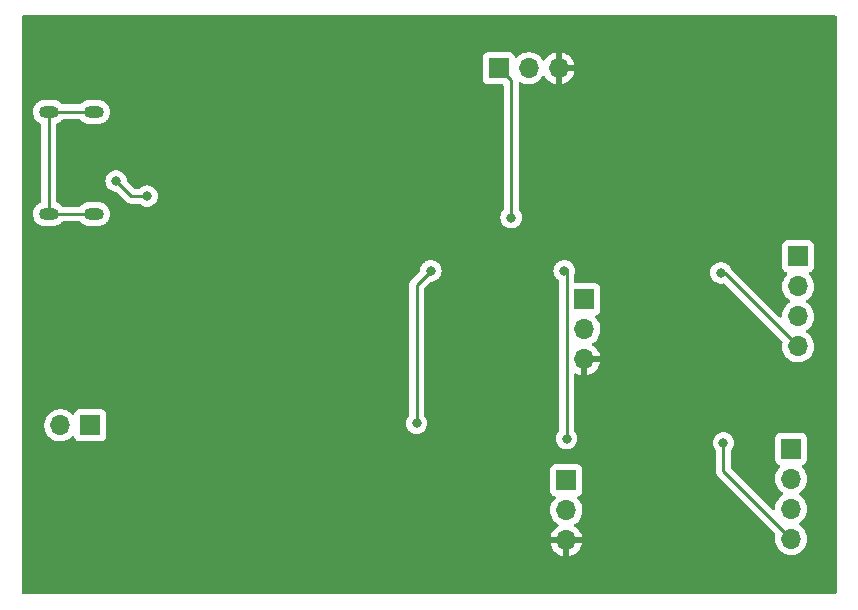
<source format=gbr>
%TF.GenerationSoftware,KiCad,Pcbnew,(6.0.4-0)*%
%TF.CreationDate,2022-10-18T14:28:54-06:00*%
%TF.ProjectId,HX711_710_711_720,48583731-315f-4373-9130-5f3731315f37,rev?*%
%TF.SameCoordinates,Original*%
%TF.FileFunction,Copper,L2,Bot*%
%TF.FilePolarity,Positive*%
%FSLAX46Y46*%
G04 Gerber Fmt 4.6, Leading zero omitted, Abs format (unit mm)*
G04 Created by KiCad (PCBNEW (6.0.4-0)) date 2022-10-18 14:28:54*
%MOMM*%
%LPD*%
G01*
G04 APERTURE LIST*
%TA.AperFunction,ComponentPad*%
%ADD10R,1.700000X1.700000*%
%TD*%
%TA.AperFunction,ComponentPad*%
%ADD11O,1.700000X1.700000*%
%TD*%
%TA.AperFunction,ComponentPad*%
%ADD12O,1.700000X1.000000*%
%TD*%
%TA.AperFunction,ViaPad*%
%ADD13C,0.800000*%
%TD*%
%TA.AperFunction,Conductor*%
%ADD14C,0.250000*%
%TD*%
G04 APERTURE END LIST*
D10*
%TO.P,J4,1,Pin_1*%
%TO.N,Net-(J4-Pad1)*%
X116300000Y-85200000D03*
D11*
%TO.P,J4,2,Pin_2*%
%TO.N,Net-(C3-Pad2)*%
X113760000Y-85200000D03*
%TD*%
D10*
%TO.P,J11,1,Pin_1*%
%TO.N,Net-(C9-Pad2)*%
X175625000Y-87200000D03*
D11*
%TO.P,J11,2,Pin_2*%
%TO.N,Net-(J11-Pad2)*%
X175625000Y-89740000D03*
%TO.P,J11,3,Pin_3*%
%TO.N,Net-(J11-Pad3)*%
X175625000Y-92280000D03*
%TO.P,J11,4,Pin_4*%
%TO.N,Net-(C9-Pad1)*%
X175625000Y-94820000D03*
%TD*%
D10*
%TO.P,J10,1,Pin_1*%
%TO.N,Net-(C8-Pad2)*%
X176225000Y-70900000D03*
D11*
%TO.P,J10,2,Pin_2*%
%TO.N,Net-(J10-Pad2)*%
X176225000Y-73440000D03*
%TO.P,J10,3,Pin_3*%
%TO.N,Net-(J10-Pad3)*%
X176225000Y-75980000D03*
%TO.P,J10,4,Pin_4*%
%TO.N,Net-(C8-Pad1)*%
X176225000Y-78520000D03*
%TD*%
D12*
%TO.P,J12,0,SHIELD*%
%TO.N,unconnected-(J12-Pad0)*%
X112790000Y-58680000D03*
X112790000Y-67320000D03*
X116590000Y-67320000D03*
X116590000Y-58680000D03*
%TD*%
D10*
%TO.P,J1,1,Pin_1*%
%TO.N,+3V3*%
X150875000Y-54975000D03*
D11*
%TO.P,J1,2,Pin_2*%
%TO.N,unconnected-(J1-Pad2)*%
X153415000Y-54975000D03*
%TO.P,J1,3,Pin_3*%
%TO.N,GND*%
X155955000Y-54975000D03*
%TD*%
D10*
%TO.P,J8,1,Pin_1*%
%TO.N,Net-(J8-Pad1)*%
X156600000Y-89860000D03*
D11*
%TO.P,J8,2,Pin_2*%
%TO.N,Net-(J8-Pad2)*%
X156600000Y-92400000D03*
%TO.P,J8,3,Pin_3*%
%TO.N,GND*%
X156600000Y-94940000D03*
%TD*%
D10*
%TO.P,J9,1,Pin_1*%
%TO.N,Net-(J9-Pad1)*%
X158124999Y-74534999D03*
D11*
%TO.P,J9,2,Pin_2*%
%TO.N,Net-(J9-Pad2)*%
X158124999Y-77074999D03*
%TO.P,J9,3,Pin_3*%
%TO.N,GND*%
X158124999Y-79614999D03*
%TD*%
D13*
%TO.N,Net-(D1-Pad2)*%
X121100000Y-65800000D03*
X118480000Y-64520000D03*
%TO.N,Net-(C8-Pad1)*%
X169700000Y-72300000D03*
%TO.N,Net-(C9-Pad1)*%
X169900000Y-86700000D03*
%TO.N,GND*%
X153824999Y-69934999D03*
%TO.N,+3V3*%
X151924999Y-67634999D03*
X156624999Y-86334999D03*
X156424999Y-72134999D03*
%TO.N,/vref*%
X143924999Y-85034999D03*
X145124999Y-72134999D03*
%TD*%
D14*
%TO.N,unconnected-(J12-Pad0)*%
X112790000Y-58680000D02*
X116590000Y-58680000D01*
X112790000Y-67320000D02*
X112790000Y-58680000D01*
X116590000Y-67320000D02*
X112790000Y-67320000D01*
%TO.N,Net-(D1-Pad2)*%
X121100000Y-65800000D02*
X119760000Y-65800000D01*
X119760000Y-65800000D02*
X118480000Y-64520000D01*
%TO.N,Net-(C8-Pad1)*%
X170005000Y-72300000D02*
X169700000Y-72300000D01*
X176225000Y-78520000D02*
X170005000Y-72300000D01*
%TO.N,Net-(C9-Pad1)*%
X169900000Y-89095000D02*
X169900000Y-86700000D01*
X175625000Y-94820000D02*
X169900000Y-89095000D01*
%TO.N,+3V3*%
X156624999Y-86334999D02*
X156624999Y-71934999D01*
X151924999Y-55934999D02*
X150824999Y-54834999D01*
X156624999Y-71934999D02*
X156424999Y-72134999D01*
X151924999Y-67634999D02*
X151924999Y-55934999D01*
%TO.N,/vref*%
X143924999Y-73334999D02*
X143924999Y-85034999D01*
X145124999Y-72134999D02*
X143924999Y-73334999D01*
%TD*%
%TA.AperFunction,Conductor*%
%TO.N,GND*%
G36*
X179433621Y-50528502D02*
G01*
X179480114Y-50582158D01*
X179491500Y-50634500D01*
X179491500Y-99365500D01*
X179471498Y-99433621D01*
X179417842Y-99480114D01*
X179365500Y-99491500D01*
X110634500Y-99491500D01*
X110566379Y-99471498D01*
X110519886Y-99417842D01*
X110508500Y-99365500D01*
X110508500Y-95207966D01*
X155268257Y-95207966D01*
X155298565Y-95342446D01*
X155301645Y-95352275D01*
X155381770Y-95549603D01*
X155386413Y-95558794D01*
X155497694Y-95740388D01*
X155503777Y-95748699D01*
X155643213Y-95909667D01*
X155650580Y-95916883D01*
X155814434Y-96052916D01*
X155822881Y-96058831D01*
X156006756Y-96166279D01*
X156016042Y-96170729D01*
X156215001Y-96246703D01*
X156224899Y-96249579D01*
X156328250Y-96270606D01*
X156342299Y-96269410D01*
X156346000Y-96259065D01*
X156346000Y-96258517D01*
X156854000Y-96258517D01*
X156858064Y-96272359D01*
X156871478Y-96274393D01*
X156878184Y-96273534D01*
X156888262Y-96271392D01*
X157092255Y-96210191D01*
X157101842Y-96206433D01*
X157293095Y-96112739D01*
X157301945Y-96107464D01*
X157475328Y-95983792D01*
X157483200Y-95977139D01*
X157634052Y-95826812D01*
X157640730Y-95818965D01*
X157765003Y-95646020D01*
X157770313Y-95637183D01*
X157864670Y-95446267D01*
X157868469Y-95436672D01*
X157930377Y-95232910D01*
X157932555Y-95222837D01*
X157933986Y-95211962D01*
X157931775Y-95197778D01*
X157918617Y-95194000D01*
X156872115Y-95194000D01*
X156856876Y-95198475D01*
X156855671Y-95199865D01*
X156854000Y-95207548D01*
X156854000Y-96258517D01*
X156346000Y-96258517D01*
X156346000Y-95212115D01*
X156341525Y-95196876D01*
X156340135Y-95195671D01*
X156332452Y-95194000D01*
X155283225Y-95194000D01*
X155269694Y-95197973D01*
X155268257Y-95207966D01*
X110508500Y-95207966D01*
X110508500Y-92366695D01*
X155237251Y-92366695D01*
X155237548Y-92371848D01*
X155237548Y-92371851D01*
X155243011Y-92466590D01*
X155250110Y-92589715D01*
X155251247Y-92594761D01*
X155251248Y-92594767D01*
X155271119Y-92682939D01*
X155299222Y-92807639D01*
X155383266Y-93014616D01*
X155385965Y-93019020D01*
X155476731Y-93167137D01*
X155499987Y-93205088D01*
X155646250Y-93373938D01*
X155818126Y-93516632D01*
X155861403Y-93541921D01*
X155891955Y-93559774D01*
X155940679Y-93611412D01*
X155953750Y-93681195D01*
X155927019Y-93746967D01*
X155886562Y-93780327D01*
X155878457Y-93784546D01*
X155869738Y-93790036D01*
X155699433Y-93917905D01*
X155691726Y-93924748D01*
X155544590Y-94078717D01*
X155538104Y-94086727D01*
X155418098Y-94262649D01*
X155413000Y-94271623D01*
X155323338Y-94464783D01*
X155319775Y-94474470D01*
X155264389Y-94674183D01*
X155265912Y-94682607D01*
X155278292Y-94686000D01*
X157918344Y-94686000D01*
X157931875Y-94682027D01*
X157933180Y-94672947D01*
X157891214Y-94505875D01*
X157887894Y-94496124D01*
X157802972Y-94300814D01*
X157798105Y-94291739D01*
X157682426Y-94112926D01*
X157676136Y-94104757D01*
X157532806Y-93947240D01*
X157525273Y-93940215D01*
X157358139Y-93808222D01*
X157349556Y-93802520D01*
X157312602Y-93782120D01*
X157262631Y-93731687D01*
X157247859Y-93662245D01*
X157272975Y-93595839D01*
X157300327Y-93569232D01*
X157338616Y-93541921D01*
X157479860Y-93441173D01*
X157638096Y-93283489D01*
X157697594Y-93200689D01*
X157765435Y-93106277D01*
X157768453Y-93102077D01*
X157827761Y-92982077D01*
X157865136Y-92906453D01*
X157865137Y-92906451D01*
X157867430Y-92901811D01*
X157932370Y-92688069D01*
X157961529Y-92466590D01*
X157963156Y-92400000D01*
X157944852Y-92177361D01*
X157890431Y-91960702D01*
X157801354Y-91755840D01*
X157761906Y-91694862D01*
X157682822Y-91572617D01*
X157682820Y-91572614D01*
X157680014Y-91568277D01*
X157676532Y-91564450D01*
X157532798Y-91406488D01*
X157501746Y-91342642D01*
X157510141Y-91272143D01*
X157555317Y-91217375D01*
X157581761Y-91203706D01*
X157688297Y-91163767D01*
X157696705Y-91160615D01*
X157813261Y-91073261D01*
X157900615Y-90956705D01*
X157951745Y-90820316D01*
X157958500Y-90758134D01*
X157958500Y-88961866D01*
X157951745Y-88899684D01*
X157900615Y-88763295D01*
X157813261Y-88646739D01*
X157696705Y-88559385D01*
X157560316Y-88508255D01*
X157498134Y-88501500D01*
X155701866Y-88501500D01*
X155639684Y-88508255D01*
X155503295Y-88559385D01*
X155386739Y-88646739D01*
X155299385Y-88763295D01*
X155248255Y-88899684D01*
X155241500Y-88961866D01*
X155241500Y-90758134D01*
X155248255Y-90820316D01*
X155299385Y-90956705D01*
X155386739Y-91073261D01*
X155503295Y-91160615D01*
X155511704Y-91163767D01*
X155511705Y-91163768D01*
X155620451Y-91204535D01*
X155677216Y-91247176D01*
X155701916Y-91313738D01*
X155686709Y-91383087D01*
X155667316Y-91409568D01*
X155540629Y-91542138D01*
X155414743Y-91726680D01*
X155320688Y-91929305D01*
X155260989Y-92144570D01*
X155237251Y-92366695D01*
X110508500Y-92366695D01*
X110508500Y-85166695D01*
X112397251Y-85166695D01*
X112397548Y-85171848D01*
X112397548Y-85171851D01*
X112409812Y-85384547D01*
X112410110Y-85389715D01*
X112411247Y-85394761D01*
X112411248Y-85394767D01*
X112435304Y-85501508D01*
X112459222Y-85607639D01*
X112502356Y-85713865D01*
X112533880Y-85791500D01*
X112543266Y-85814616D01*
X112559967Y-85841869D01*
X112653143Y-85993919D01*
X112659987Y-86005088D01*
X112806250Y-86173938D01*
X112978126Y-86316632D01*
X113171000Y-86429338D01*
X113379692Y-86509030D01*
X113384760Y-86510061D01*
X113384763Y-86510062D01*
X113488685Y-86531205D01*
X113598597Y-86553567D01*
X113603772Y-86553757D01*
X113603774Y-86553757D01*
X113816673Y-86561564D01*
X113816677Y-86561564D01*
X113821837Y-86561753D01*
X113826957Y-86561097D01*
X113826959Y-86561097D01*
X114038288Y-86534025D01*
X114038289Y-86534025D01*
X114043416Y-86533368D01*
X114099190Y-86516635D01*
X114252429Y-86470661D01*
X114252434Y-86470659D01*
X114257384Y-86469174D01*
X114457994Y-86370896D01*
X114639860Y-86241173D01*
X114748091Y-86133319D01*
X114810462Y-86099404D01*
X114881268Y-86104592D01*
X114938030Y-86147238D01*
X114955012Y-86178341D01*
X114999385Y-86296705D01*
X115086739Y-86413261D01*
X115203295Y-86500615D01*
X115339684Y-86551745D01*
X115401866Y-86558500D01*
X117198134Y-86558500D01*
X117260316Y-86551745D01*
X117396705Y-86500615D01*
X117513261Y-86413261D01*
X117600615Y-86296705D01*
X117651745Y-86160316D01*
X117658500Y-86098134D01*
X117658500Y-85034999D01*
X143011495Y-85034999D01*
X143012185Y-85041564D01*
X143025879Y-85171851D01*
X143031457Y-85224927D01*
X143090472Y-85406555D01*
X143185959Y-85571943D01*
X143190377Y-85576850D01*
X143190378Y-85576851D01*
X143309324Y-85708954D01*
X143313746Y-85713865D01*
X143412842Y-85785863D01*
X143445829Y-85809829D01*
X143468247Y-85826117D01*
X143474275Y-85828801D01*
X143474277Y-85828802D01*
X143632810Y-85899385D01*
X143642711Y-85903793D01*
X143736111Y-85923646D01*
X143823055Y-85942127D01*
X143823060Y-85942127D01*
X143829512Y-85943499D01*
X144020486Y-85943499D01*
X144026938Y-85942127D01*
X144026943Y-85942127D01*
X144113886Y-85923646D01*
X144207287Y-85903793D01*
X144217188Y-85899385D01*
X144375721Y-85828802D01*
X144375723Y-85828801D01*
X144381751Y-85826117D01*
X144404170Y-85809829D01*
X144437156Y-85785863D01*
X144536252Y-85713865D01*
X144540674Y-85708954D01*
X144659620Y-85576851D01*
X144659621Y-85576850D01*
X144664039Y-85571943D01*
X144759526Y-85406555D01*
X144818541Y-85224927D01*
X144824120Y-85171851D01*
X144837813Y-85041564D01*
X144838503Y-85034999D01*
X144818541Y-84845071D01*
X144759526Y-84663443D01*
X144664039Y-84498055D01*
X144590862Y-84416784D01*
X144560146Y-84352778D01*
X144558499Y-84332475D01*
X144558499Y-73649593D01*
X144578501Y-73581472D01*
X144595404Y-73560498D01*
X145075498Y-73080404D01*
X145137810Y-73046378D01*
X145164593Y-73043499D01*
X145220486Y-73043499D01*
X145226938Y-73042127D01*
X145226943Y-73042127D01*
X145313887Y-73023646D01*
X145407287Y-73003793D01*
X145424894Y-72995954D01*
X145575721Y-72928802D01*
X145575723Y-72928801D01*
X145581751Y-72926117D01*
X145592435Y-72918355D01*
X145688201Y-72848776D01*
X145736252Y-72813865D01*
X145782590Y-72762401D01*
X145859620Y-72676851D01*
X145859621Y-72676850D01*
X145864039Y-72671943D01*
X145959526Y-72506555D01*
X146018541Y-72324927D01*
X146026991Y-72244535D01*
X146037813Y-72141564D01*
X146038503Y-72134999D01*
X155511495Y-72134999D01*
X155512185Y-72141564D01*
X155523008Y-72244535D01*
X155531457Y-72324927D01*
X155590472Y-72506555D01*
X155685959Y-72671943D01*
X155690377Y-72676850D01*
X155690378Y-72676851D01*
X155767408Y-72762401D01*
X155813746Y-72813865D01*
X155861797Y-72848776D01*
X155939560Y-72905275D01*
X155982914Y-72961498D01*
X155991499Y-73007211D01*
X155991499Y-85632475D01*
X155971497Y-85700596D01*
X155959141Y-85716778D01*
X155885959Y-85798055D01*
X155790472Y-85963443D01*
X155731457Y-86145071D01*
X155730767Y-86151632D01*
X155730767Y-86151634D01*
X155715520Y-86296705D01*
X155711495Y-86334999D01*
X155712185Y-86341564D01*
X155729896Y-86510072D01*
X155731457Y-86524927D01*
X155790472Y-86706555D01*
X155885959Y-86871943D01*
X156013746Y-87013865D01*
X156168247Y-87126117D01*
X156174275Y-87128801D01*
X156174277Y-87128802D01*
X156336680Y-87201108D01*
X156342711Y-87203793D01*
X156436111Y-87223646D01*
X156523055Y-87242127D01*
X156523060Y-87242127D01*
X156529512Y-87243499D01*
X156720486Y-87243499D01*
X156726938Y-87242127D01*
X156726943Y-87242127D01*
X156813886Y-87223646D01*
X156907287Y-87203793D01*
X156913318Y-87201108D01*
X157075721Y-87128802D01*
X157075723Y-87128801D01*
X157081751Y-87126117D01*
X157236252Y-87013865D01*
X157364039Y-86871943D01*
X157459526Y-86706555D01*
X157461656Y-86700000D01*
X168986496Y-86700000D01*
X168987186Y-86706565D01*
X169005084Y-86876851D01*
X169006458Y-86889928D01*
X169065473Y-87071556D01*
X169160960Y-87236944D01*
X169234137Y-87318215D01*
X169264853Y-87382221D01*
X169266500Y-87402524D01*
X169266500Y-89016233D01*
X169265973Y-89027416D01*
X169264298Y-89034909D01*
X169264547Y-89042835D01*
X169264547Y-89042836D01*
X169266438Y-89102986D01*
X169266500Y-89106945D01*
X169266500Y-89134856D01*
X169266997Y-89138790D01*
X169266997Y-89138791D01*
X169267005Y-89138856D01*
X169267938Y-89150693D01*
X169269327Y-89194889D01*
X169274978Y-89214339D01*
X169278987Y-89233700D01*
X169281526Y-89253797D01*
X169284445Y-89261168D01*
X169284445Y-89261170D01*
X169297804Y-89294912D01*
X169301649Y-89306142D01*
X169313982Y-89348593D01*
X169318015Y-89355412D01*
X169318017Y-89355417D01*
X169324293Y-89366028D01*
X169332988Y-89383776D01*
X169340448Y-89402617D01*
X169345110Y-89409033D01*
X169345110Y-89409034D01*
X169366436Y-89438387D01*
X169372952Y-89448307D01*
X169395458Y-89486362D01*
X169409779Y-89500683D01*
X169422619Y-89515716D01*
X169434528Y-89532107D01*
X169440634Y-89537158D01*
X169468605Y-89560298D01*
X169477384Y-89568288D01*
X174274778Y-94365682D01*
X174308804Y-94427994D01*
X174307100Y-94488448D01*
X174285989Y-94564570D01*
X174285441Y-94569700D01*
X174285440Y-94569704D01*
X174281933Y-94602522D01*
X174262251Y-94786695D01*
X174262548Y-94791848D01*
X174262548Y-94791851D01*
X174268011Y-94886590D01*
X174275110Y-95009715D01*
X174276247Y-95014761D01*
X174276248Y-95014767D01*
X174296119Y-95102939D01*
X174324222Y-95227639D01*
X174408266Y-95434616D01*
X174524987Y-95625088D01*
X174671250Y-95793938D01*
X174843126Y-95936632D01*
X175036000Y-96049338D01*
X175040825Y-96051180D01*
X175040826Y-96051181D01*
X175113612Y-96078975D01*
X175244692Y-96129030D01*
X175249760Y-96130061D01*
X175249763Y-96130062D01*
X175357017Y-96151883D01*
X175463597Y-96173567D01*
X175468772Y-96173757D01*
X175468774Y-96173757D01*
X175681673Y-96181564D01*
X175681677Y-96181564D01*
X175686837Y-96181753D01*
X175691957Y-96181097D01*
X175691959Y-96181097D01*
X175903288Y-96154025D01*
X175903289Y-96154025D01*
X175908416Y-96153368D01*
X175913366Y-96151883D01*
X176117429Y-96090661D01*
X176117434Y-96090659D01*
X176122384Y-96089174D01*
X176322994Y-95990896D01*
X176504860Y-95861173D01*
X176663096Y-95703489D01*
X176704392Y-95646020D01*
X176790435Y-95526277D01*
X176793453Y-95522077D01*
X176830921Y-95446267D01*
X176890136Y-95326453D01*
X176890137Y-95326451D01*
X176892430Y-95321811D01*
X176957370Y-95108069D01*
X176986529Y-94886590D01*
X176988156Y-94820000D01*
X176969852Y-94597361D01*
X176915431Y-94380702D01*
X176826354Y-94175840D01*
X176705014Y-93988277D01*
X176554670Y-93823051D01*
X176550619Y-93819852D01*
X176550615Y-93819848D01*
X176383414Y-93687800D01*
X176383410Y-93687798D01*
X176379359Y-93684598D01*
X176338053Y-93661796D01*
X176288084Y-93611364D01*
X176273312Y-93541921D01*
X176298428Y-93475516D01*
X176325780Y-93448909D01*
X176369603Y-93417650D01*
X176504860Y-93321173D01*
X176663096Y-93163489D01*
X176770072Y-93014616D01*
X176790435Y-92986277D01*
X176793453Y-92982077D01*
X176830829Y-92906453D01*
X176890136Y-92786453D01*
X176890137Y-92786451D01*
X176892430Y-92781811D01*
X176924900Y-92674940D01*
X176955865Y-92573023D01*
X176955865Y-92573021D01*
X176957370Y-92568069D01*
X176986529Y-92346590D01*
X176988156Y-92280000D01*
X176969852Y-92057361D01*
X176915431Y-91840702D01*
X176826354Y-91635840D01*
X176768500Y-91546411D01*
X176707822Y-91452617D01*
X176707820Y-91452614D01*
X176705014Y-91448277D01*
X176554670Y-91283051D01*
X176550619Y-91279852D01*
X176550615Y-91279848D01*
X176383414Y-91147800D01*
X176383410Y-91147798D01*
X176379359Y-91144598D01*
X176338053Y-91121796D01*
X176288084Y-91071364D01*
X176273312Y-91001921D01*
X176298428Y-90935516D01*
X176325780Y-90908909D01*
X176369603Y-90877650D01*
X176504860Y-90781173D01*
X176663096Y-90623489D01*
X176722594Y-90540689D01*
X176790435Y-90446277D01*
X176793453Y-90442077D01*
X176892430Y-90241811D01*
X176957370Y-90028069D01*
X176986529Y-89806590D01*
X176988156Y-89740000D01*
X176969852Y-89517361D01*
X176915431Y-89300702D01*
X176826354Y-89095840D01*
X176705014Y-88908277D01*
X176697195Y-88899684D01*
X176557798Y-88746488D01*
X176526746Y-88682642D01*
X176535141Y-88612143D01*
X176580317Y-88557375D01*
X176606761Y-88543706D01*
X176713297Y-88503767D01*
X176721705Y-88500615D01*
X176838261Y-88413261D01*
X176925615Y-88296705D01*
X176976745Y-88160316D01*
X176983500Y-88098134D01*
X176983500Y-86301866D01*
X176976745Y-86239684D01*
X176925615Y-86103295D01*
X176838261Y-85986739D01*
X176721705Y-85899385D01*
X176585316Y-85848255D01*
X176523134Y-85841500D01*
X174726866Y-85841500D01*
X174664684Y-85848255D01*
X174528295Y-85899385D01*
X174411739Y-85986739D01*
X174324385Y-86103295D01*
X174273255Y-86239684D01*
X174266500Y-86301866D01*
X174266500Y-88098134D01*
X174273255Y-88160316D01*
X174324385Y-88296705D01*
X174411739Y-88413261D01*
X174528295Y-88500615D01*
X174536704Y-88503767D01*
X174536705Y-88503768D01*
X174645451Y-88544535D01*
X174702216Y-88587176D01*
X174726916Y-88653738D01*
X174711709Y-88723087D01*
X174692316Y-88749568D01*
X174565629Y-88882138D01*
X174562715Y-88886410D01*
X174562714Y-88886411D01*
X174511242Y-88961866D01*
X174439743Y-89066680D01*
X174421975Y-89104958D01*
X174352887Y-89253797D01*
X174345688Y-89269305D01*
X174285989Y-89484570D01*
X174262251Y-89706695D01*
X174262548Y-89711848D01*
X174262548Y-89711851D01*
X174268011Y-89806590D01*
X174275110Y-89929715D01*
X174276247Y-89934761D01*
X174276248Y-89934767D01*
X174296119Y-90022939D01*
X174324222Y-90147639D01*
X174408266Y-90354616D01*
X174524987Y-90545088D01*
X174671250Y-90713938D01*
X174843126Y-90856632D01*
X174913595Y-90897811D01*
X174916445Y-90899476D01*
X174965169Y-90951114D01*
X174978240Y-91020897D01*
X174951509Y-91086669D01*
X174911055Y-91120027D01*
X174898607Y-91126507D01*
X174894474Y-91129610D01*
X174894471Y-91129612D01*
X174724100Y-91257530D01*
X174719965Y-91260635D01*
X174716393Y-91264373D01*
X174580585Y-91406488D01*
X174565629Y-91422138D01*
X174439743Y-91606680D01*
X174424003Y-91640590D01*
X174368301Y-91760590D01*
X174345688Y-91809305D01*
X174285989Y-92024570D01*
X174262251Y-92246695D01*
X174262548Y-92251853D01*
X174262422Y-92257024D01*
X174260914Y-92256987D01*
X174246410Y-92319485D01*
X174195518Y-92368988D01*
X174125942Y-92383118D01*
X174059771Y-92357389D01*
X174047574Y-92346670D01*
X172418145Y-90717240D01*
X170570405Y-88869500D01*
X170536379Y-88807188D01*
X170533500Y-88780405D01*
X170533500Y-87402524D01*
X170553502Y-87334403D01*
X170565858Y-87318221D01*
X170639040Y-87236944D01*
X170734527Y-87071556D01*
X170793542Y-86889928D01*
X170794917Y-86876851D01*
X170812814Y-86706565D01*
X170813504Y-86700000D01*
X170798593Y-86558131D01*
X170794232Y-86516635D01*
X170794232Y-86516633D01*
X170793542Y-86510072D01*
X170734527Y-86328444D01*
X170716203Y-86296705D01*
X170647229Y-86177240D01*
X170639040Y-86163056D01*
X170629500Y-86152460D01*
X170515675Y-86026045D01*
X170515674Y-86026044D01*
X170511253Y-86021134D01*
X170356752Y-85908882D01*
X170350724Y-85906198D01*
X170350722Y-85906197D01*
X170188319Y-85833891D01*
X170188318Y-85833891D01*
X170182288Y-85831206D01*
X170081718Y-85809829D01*
X170001944Y-85792872D01*
X170001939Y-85792872D01*
X169995487Y-85791500D01*
X169804513Y-85791500D01*
X169798061Y-85792872D01*
X169798056Y-85792872D01*
X169718282Y-85809829D01*
X169617712Y-85831206D01*
X169611682Y-85833891D01*
X169611681Y-85833891D01*
X169449278Y-85906197D01*
X169449276Y-85906198D01*
X169443248Y-85908882D01*
X169288747Y-86021134D01*
X169284326Y-86026044D01*
X169284325Y-86026045D01*
X169170501Y-86152460D01*
X169160960Y-86163056D01*
X169152771Y-86177240D01*
X169083798Y-86296705D01*
X169065473Y-86328444D01*
X169006458Y-86510072D01*
X169005768Y-86516633D01*
X169005768Y-86516635D01*
X169001407Y-86558131D01*
X168986496Y-86700000D01*
X157461656Y-86700000D01*
X157518541Y-86524927D01*
X157520103Y-86510072D01*
X157537813Y-86341564D01*
X157538503Y-86334999D01*
X157534478Y-86296705D01*
X157519231Y-86151634D01*
X157519231Y-86151632D01*
X157518541Y-86145071D01*
X157459526Y-85963443D01*
X157364039Y-85798055D01*
X157290862Y-85716784D01*
X157260146Y-85652778D01*
X157258499Y-85632475D01*
X157258499Y-80901164D01*
X157278501Y-80833043D01*
X157332157Y-80786550D01*
X157402431Y-80776446D01*
X157448070Y-80792376D01*
X157531760Y-80841281D01*
X157541041Y-80845728D01*
X157740000Y-80921702D01*
X157749898Y-80924578D01*
X157853249Y-80945605D01*
X157867298Y-80944409D01*
X157870999Y-80934064D01*
X157870999Y-80933516D01*
X158378999Y-80933516D01*
X158383063Y-80947358D01*
X158396477Y-80949392D01*
X158403183Y-80948533D01*
X158413261Y-80946391D01*
X158617254Y-80885190D01*
X158626841Y-80881432D01*
X158818094Y-80787738D01*
X158826944Y-80782463D01*
X159000327Y-80658791D01*
X159008199Y-80652138D01*
X159159051Y-80501811D01*
X159165729Y-80493964D01*
X159290002Y-80321019D01*
X159295312Y-80312182D01*
X159389669Y-80121266D01*
X159393468Y-80111671D01*
X159455376Y-79907909D01*
X159457554Y-79897836D01*
X159458985Y-79886961D01*
X159456774Y-79872777D01*
X159443616Y-79868999D01*
X158397114Y-79868999D01*
X158381875Y-79873474D01*
X158380670Y-79874864D01*
X158378999Y-79882547D01*
X158378999Y-80933516D01*
X157870999Y-80933516D01*
X157870999Y-79486999D01*
X157891001Y-79418878D01*
X157944657Y-79372385D01*
X157996999Y-79360999D01*
X159443343Y-79360999D01*
X159456874Y-79357026D01*
X159458179Y-79347946D01*
X159416213Y-79180874D01*
X159412893Y-79171123D01*
X159327971Y-78975813D01*
X159323104Y-78966738D01*
X159207425Y-78787925D01*
X159201135Y-78779756D01*
X159057805Y-78622239D01*
X159050272Y-78615214D01*
X158883138Y-78483221D01*
X158874555Y-78477519D01*
X158837601Y-78457119D01*
X158787630Y-78406686D01*
X158772858Y-78337244D01*
X158797974Y-78270838D01*
X158825326Y-78244231D01*
X158848796Y-78227490D01*
X159004859Y-78116172D01*
X159163095Y-77958488D01*
X159293452Y-77777076D01*
X159392429Y-77576810D01*
X159450828Y-77384598D01*
X159455864Y-77368022D01*
X159455864Y-77368020D01*
X159457369Y-77363068D01*
X159486528Y-77141589D01*
X159488155Y-77074999D01*
X159469851Y-76852360D01*
X159415430Y-76635701D01*
X159326353Y-76430839D01*
X159224257Y-76273023D01*
X159207821Y-76247616D01*
X159207819Y-76247613D01*
X159205013Y-76243276D01*
X159059280Y-76083117D01*
X159057797Y-76081487D01*
X159026745Y-76017641D01*
X159035140Y-75947142D01*
X159080316Y-75892374D01*
X159106760Y-75878705D01*
X159213296Y-75838766D01*
X159221704Y-75835614D01*
X159338260Y-75748260D01*
X159425614Y-75631704D01*
X159476744Y-75495315D01*
X159483499Y-75433133D01*
X159483499Y-73636865D01*
X159476744Y-73574683D01*
X159425614Y-73438294D01*
X159338260Y-73321738D01*
X159221704Y-73234384D01*
X159085315Y-73183254D01*
X159023133Y-73176499D01*
X157384499Y-73176499D01*
X157316378Y-73156497D01*
X157269885Y-73102841D01*
X157258499Y-73050499D01*
X157258499Y-72529672D01*
X157264666Y-72490736D01*
X157316501Y-72331205D01*
X157318541Y-72324927D01*
X157321161Y-72300000D01*
X168786496Y-72300000D01*
X168806458Y-72489928D01*
X168865473Y-72671556D01*
X168960960Y-72836944D01*
X168965378Y-72841851D01*
X168965379Y-72841852D01*
X169066267Y-72953899D01*
X169088747Y-72978866D01*
X169141552Y-73017231D01*
X169228502Y-73080404D01*
X169243248Y-73091118D01*
X169249276Y-73093802D01*
X169249278Y-73093803D01*
X169307132Y-73119561D01*
X169417712Y-73168794D01*
X169481728Y-73182401D01*
X169598056Y-73207128D01*
X169598061Y-73207128D01*
X169604513Y-73208500D01*
X169795487Y-73208500D01*
X169833016Y-73200523D01*
X169911746Y-73183789D01*
X169982536Y-73189191D01*
X170027037Y-73217941D01*
X174874778Y-78065682D01*
X174908804Y-78127994D01*
X174907100Y-78188448D01*
X174885989Y-78264570D01*
X174885441Y-78269700D01*
X174885440Y-78269704D01*
X174881933Y-78302522D01*
X174862251Y-78486695D01*
X174862548Y-78491848D01*
X174862548Y-78491851D01*
X174868011Y-78586590D01*
X174875110Y-78709715D01*
X174876247Y-78714761D01*
X174876248Y-78714767D01*
X174896119Y-78802939D01*
X174924222Y-78927639D01*
X175008266Y-79134616D01*
X175124987Y-79325088D01*
X175271250Y-79493938D01*
X175443126Y-79636632D01*
X175636000Y-79749338D01*
X175844692Y-79829030D01*
X175849760Y-79830061D01*
X175849763Y-79830062D01*
X175957017Y-79851883D01*
X176063597Y-79873567D01*
X176068772Y-79873757D01*
X176068774Y-79873757D01*
X176281673Y-79881564D01*
X176281677Y-79881564D01*
X176286837Y-79881753D01*
X176291957Y-79881097D01*
X176291959Y-79881097D01*
X176503288Y-79854025D01*
X176503289Y-79854025D01*
X176508416Y-79853368D01*
X176513366Y-79851883D01*
X176717429Y-79790661D01*
X176717434Y-79790659D01*
X176722384Y-79789174D01*
X176922994Y-79690896D01*
X177104860Y-79561173D01*
X177263096Y-79403489D01*
X177285447Y-79372385D01*
X177390435Y-79226277D01*
X177393453Y-79222077D01*
X177492430Y-79021811D01*
X177557370Y-78808069D01*
X177586529Y-78586590D01*
X177588156Y-78520000D01*
X177569852Y-78297361D01*
X177515431Y-78080702D01*
X177426354Y-77875840D01*
X177305014Y-77688277D01*
X177154670Y-77523051D01*
X177150619Y-77519852D01*
X177150615Y-77519848D01*
X176983414Y-77387800D01*
X176983410Y-77387798D01*
X176979359Y-77384598D01*
X176938053Y-77361796D01*
X176888084Y-77311364D01*
X176873312Y-77241921D01*
X176898428Y-77175516D01*
X176925780Y-77148909D01*
X176969603Y-77117650D01*
X177104860Y-77021173D01*
X177263096Y-76863489D01*
X177267385Y-76857521D01*
X177390435Y-76686277D01*
X177393453Y-76682077D01*
X177413894Y-76640719D01*
X177490136Y-76486453D01*
X177490137Y-76486451D01*
X177492430Y-76481811D01*
X177557370Y-76268069D01*
X177586529Y-76046590D01*
X177587015Y-76026701D01*
X177588074Y-75983365D01*
X177588074Y-75983361D01*
X177588156Y-75980000D01*
X177569852Y-75757361D01*
X177515431Y-75540702D01*
X177426354Y-75335840D01*
X177305014Y-75148277D01*
X177154670Y-74983051D01*
X177150619Y-74979852D01*
X177150615Y-74979848D01*
X176983414Y-74847800D01*
X176983410Y-74847798D01*
X176979359Y-74844598D01*
X176938053Y-74821796D01*
X176888084Y-74771364D01*
X176873312Y-74701921D01*
X176898428Y-74635516D01*
X176925780Y-74608909D01*
X176969603Y-74577650D01*
X177104860Y-74481173D01*
X177263096Y-74323489D01*
X177322594Y-74240689D01*
X177390435Y-74146277D01*
X177393453Y-74142077D01*
X177492430Y-73941811D01*
X177557370Y-73728069D01*
X177586529Y-73506590D01*
X177588156Y-73440000D01*
X177569852Y-73217361D01*
X177515431Y-73000702D01*
X177426354Y-72795840D01*
X177386906Y-72734862D01*
X177307822Y-72612617D01*
X177307820Y-72612614D01*
X177305014Y-72608277D01*
X177301532Y-72604450D01*
X177157798Y-72446488D01*
X177126746Y-72382642D01*
X177135141Y-72312143D01*
X177180317Y-72257375D01*
X177206761Y-72243706D01*
X177313297Y-72203767D01*
X177321705Y-72200615D01*
X177438261Y-72113261D01*
X177525615Y-71996705D01*
X177576745Y-71860316D01*
X177583500Y-71798134D01*
X177583500Y-70001866D01*
X177576745Y-69939684D01*
X177525615Y-69803295D01*
X177438261Y-69686739D01*
X177321705Y-69599385D01*
X177185316Y-69548255D01*
X177123134Y-69541500D01*
X175326866Y-69541500D01*
X175264684Y-69548255D01*
X175128295Y-69599385D01*
X175011739Y-69686739D01*
X174924385Y-69803295D01*
X174873255Y-69939684D01*
X174866500Y-70001866D01*
X174866500Y-71798134D01*
X174873255Y-71860316D01*
X174924385Y-71996705D01*
X175011739Y-72113261D01*
X175128295Y-72200615D01*
X175136704Y-72203767D01*
X175136705Y-72203768D01*
X175245451Y-72244535D01*
X175302216Y-72287176D01*
X175326916Y-72353738D01*
X175311709Y-72423087D01*
X175292316Y-72449568D01*
X175165629Y-72582138D01*
X175162715Y-72586410D01*
X175162714Y-72586411D01*
X175108269Y-72666225D01*
X175039743Y-72766680D01*
X174992715Y-72867993D01*
X174950157Y-72959678D01*
X174945688Y-72969305D01*
X174885989Y-73184570D01*
X174862251Y-73406695D01*
X174862548Y-73411848D01*
X174862548Y-73411851D01*
X174868011Y-73506590D01*
X174875110Y-73629715D01*
X174876247Y-73634761D01*
X174876248Y-73634767D01*
X174896119Y-73722939D01*
X174924222Y-73847639D01*
X175008266Y-74054616D01*
X175124987Y-74245088D01*
X175271250Y-74413938D01*
X175443126Y-74556632D01*
X175513595Y-74597811D01*
X175516445Y-74599476D01*
X175565169Y-74651114D01*
X175578240Y-74720897D01*
X175551509Y-74786669D01*
X175511055Y-74820027D01*
X175498607Y-74826507D01*
X175494474Y-74829610D01*
X175494471Y-74829612D01*
X175470247Y-74847800D01*
X175319965Y-74960635D01*
X175165629Y-75122138D01*
X175039743Y-75306680D01*
X175024003Y-75340590D01*
X174955829Y-75487459D01*
X174945688Y-75509305D01*
X174885989Y-75724570D01*
X174862251Y-75946695D01*
X174862548Y-75951853D01*
X174862422Y-75957024D01*
X174860914Y-75956987D01*
X174846411Y-76019482D01*
X174795520Y-76068986D01*
X174725944Y-76083117D01*
X174659773Y-76057389D01*
X174647574Y-76046669D01*
X170553331Y-71952426D01*
X170533307Y-71926331D01*
X170495193Y-71860316D01*
X170439040Y-71763056D01*
X170434236Y-71757720D01*
X170315675Y-71626045D01*
X170315674Y-71626044D01*
X170311253Y-71621134D01*
X170156752Y-71508882D01*
X170150724Y-71506198D01*
X170150722Y-71506197D01*
X169988319Y-71433891D01*
X169988318Y-71433891D01*
X169982288Y-71431206D01*
X169888887Y-71411353D01*
X169801944Y-71392872D01*
X169801939Y-71392872D01*
X169795487Y-71391500D01*
X169604513Y-71391500D01*
X169598061Y-71392872D01*
X169598056Y-71392872D01*
X169511113Y-71411353D01*
X169417712Y-71431206D01*
X169411682Y-71433891D01*
X169411681Y-71433891D01*
X169249278Y-71506197D01*
X169249276Y-71506198D01*
X169243248Y-71508882D01*
X169088747Y-71621134D01*
X169084326Y-71626044D01*
X169084325Y-71626045D01*
X168965765Y-71757720D01*
X168960960Y-71763056D01*
X168865473Y-71928444D01*
X168806458Y-72110072D01*
X168805768Y-72116633D01*
X168805768Y-72116635D01*
X168791568Y-72251745D01*
X168786496Y-72300000D01*
X157321161Y-72300000D01*
X157326991Y-72244535D01*
X157337813Y-72141564D01*
X157338503Y-72134999D01*
X157318541Y-71945071D01*
X157259526Y-71763443D01*
X157204085Y-71667416D01*
X157200422Y-71659528D01*
X157200221Y-71659631D01*
X157196624Y-71652572D01*
X157193938Y-71645110D01*
X157189623Y-71638761D01*
X157189378Y-71638217D01*
X157187685Y-71635021D01*
X157187376Y-71634516D01*
X157184551Y-71627382D01*
X157177191Y-71617251D01*
X157176183Y-71615865D01*
X157167117Y-71603386D01*
X157164039Y-71598055D01*
X157159920Y-71593481D01*
X157159678Y-71593147D01*
X157144523Y-71572289D01*
X157142287Y-71569108D01*
X157103971Y-71512728D01*
X157098214Y-71507653D01*
X157097842Y-71507188D01*
X157095401Y-71504507D01*
X157094982Y-71504101D01*
X157090471Y-71497892D01*
X157037996Y-71454481D01*
X157034999Y-71451921D01*
X156983909Y-71406878D01*
X156977065Y-71403391D01*
X156976598Y-71403040D01*
X156973567Y-71401048D01*
X156973052Y-71400754D01*
X156967143Y-71395866D01*
X156938630Y-71382449D01*
X156918222Y-71370379D01*
X156887094Y-71347763D01*
X156881751Y-71343881D01*
X156875723Y-71341197D01*
X156875721Y-71341196D01*
X156713318Y-71268890D01*
X156713317Y-71268890D01*
X156707287Y-71266205D01*
X156613886Y-71246352D01*
X156526943Y-71227871D01*
X156526938Y-71227871D01*
X156520486Y-71226499D01*
X156329512Y-71226499D01*
X156323060Y-71227871D01*
X156323055Y-71227871D01*
X156236112Y-71246352D01*
X156142711Y-71266205D01*
X156136681Y-71268890D01*
X156136680Y-71268890D01*
X155974277Y-71341196D01*
X155974275Y-71341197D01*
X155968247Y-71343881D01*
X155813746Y-71456133D01*
X155809325Y-71461043D01*
X155809324Y-71461044D01*
X155766251Y-71508882D01*
X155685959Y-71598055D01*
X155590472Y-71763443D01*
X155531457Y-71945071D01*
X155511495Y-72134999D01*
X146038503Y-72134999D01*
X146018541Y-71945071D01*
X145959526Y-71763443D01*
X145864039Y-71598055D01*
X145783748Y-71508882D01*
X145740674Y-71461044D01*
X145740673Y-71461043D01*
X145736252Y-71456133D01*
X145581751Y-71343881D01*
X145575723Y-71341197D01*
X145575721Y-71341196D01*
X145413318Y-71268890D01*
X145413317Y-71268890D01*
X145407287Y-71266205D01*
X145313886Y-71246352D01*
X145226943Y-71227871D01*
X145226938Y-71227871D01*
X145220486Y-71226499D01*
X145029512Y-71226499D01*
X145023060Y-71227871D01*
X145023055Y-71227871D01*
X144936112Y-71246352D01*
X144842711Y-71266205D01*
X144836681Y-71268890D01*
X144836680Y-71268890D01*
X144674277Y-71341196D01*
X144674275Y-71341197D01*
X144668247Y-71343881D01*
X144513746Y-71456133D01*
X144509325Y-71461043D01*
X144509324Y-71461044D01*
X144466251Y-71508882D01*
X144385959Y-71598055D01*
X144290472Y-71763443D01*
X144231457Y-71945071D01*
X144230767Y-71951632D01*
X144230767Y-71951634D01*
X144214092Y-72110291D01*
X144187079Y-72175948D01*
X144177877Y-72186216D01*
X143532746Y-72831347D01*
X143524460Y-72838887D01*
X143517981Y-72842999D01*
X143512556Y-72848776D01*
X143471356Y-72892650D01*
X143468601Y-72895492D01*
X143448864Y-72915229D01*
X143446384Y-72918426D01*
X143438681Y-72927446D01*
X143408413Y-72959678D01*
X143404594Y-72966624D01*
X143404592Y-72966627D01*
X143398651Y-72977433D01*
X143387800Y-72993952D01*
X143375385Y-73009958D01*
X143372240Y-73017227D01*
X143372237Y-73017231D01*
X143357825Y-73050536D01*
X143352608Y-73061186D01*
X143331304Y-73099939D01*
X143329333Y-73107614D01*
X143329333Y-73107615D01*
X143326266Y-73119561D01*
X143319862Y-73138265D01*
X143311818Y-73156854D01*
X143310579Y-73164677D01*
X143310576Y-73164687D01*
X143304900Y-73200523D01*
X143302494Y-73212143D01*
X143297593Y-73231232D01*
X143291499Y-73254969D01*
X143291499Y-73275223D01*
X143289948Y-73294933D01*
X143286779Y-73314942D01*
X143287525Y-73322834D01*
X143290940Y-73358960D01*
X143291499Y-73370818D01*
X143291499Y-84332475D01*
X143271497Y-84400596D01*
X143259141Y-84416778D01*
X143185959Y-84498055D01*
X143090472Y-84663443D01*
X143031457Y-84845071D01*
X143011495Y-85034999D01*
X117658500Y-85034999D01*
X117658500Y-84301866D01*
X117651745Y-84239684D01*
X117600615Y-84103295D01*
X117513261Y-83986739D01*
X117396705Y-83899385D01*
X117260316Y-83848255D01*
X117198134Y-83841500D01*
X115401866Y-83841500D01*
X115339684Y-83848255D01*
X115203295Y-83899385D01*
X115086739Y-83986739D01*
X114999385Y-84103295D01*
X114996233Y-84111703D01*
X114954919Y-84221907D01*
X114912277Y-84278671D01*
X114845716Y-84303371D01*
X114776367Y-84288163D01*
X114743743Y-84262476D01*
X114693151Y-84206875D01*
X114693142Y-84206866D01*
X114689670Y-84203051D01*
X114685619Y-84199852D01*
X114685615Y-84199848D01*
X114518414Y-84067800D01*
X114518410Y-84067798D01*
X114514359Y-84064598D01*
X114318789Y-83956638D01*
X114313920Y-83954914D01*
X114313916Y-83954912D01*
X114113087Y-83883795D01*
X114113083Y-83883794D01*
X114108212Y-83882069D01*
X114103119Y-83881162D01*
X114103116Y-83881161D01*
X113893373Y-83843800D01*
X113893367Y-83843799D01*
X113888284Y-83842894D01*
X113814452Y-83841992D01*
X113670081Y-83840228D01*
X113670079Y-83840228D01*
X113664911Y-83840165D01*
X113444091Y-83873955D01*
X113231756Y-83943357D01*
X113033607Y-84046507D01*
X113029474Y-84049610D01*
X113029471Y-84049612D01*
X112859100Y-84177530D01*
X112854965Y-84180635D01*
X112815525Y-84221907D01*
X112761280Y-84278671D01*
X112700629Y-84342138D01*
X112697715Y-84346410D01*
X112697714Y-84346411D01*
X112660752Y-84400596D01*
X112574743Y-84526680D01*
X112572564Y-84531375D01*
X112508343Y-84669728D01*
X112480688Y-84729305D01*
X112420989Y-84944570D01*
X112397251Y-85166695D01*
X110508500Y-85166695D01*
X110508500Y-67312925D01*
X111426645Y-67312925D01*
X111444570Y-67509888D01*
X111500410Y-67699619D01*
X111503263Y-67705077D01*
X111503265Y-67705081D01*
X111550720Y-67795853D01*
X111592040Y-67874890D01*
X111715968Y-68029025D01*
X111720692Y-68032989D01*
X111727933Y-68039065D01*
X111867474Y-68156154D01*
X111872872Y-68159121D01*
X111872877Y-68159125D01*
X112016180Y-68237905D01*
X112040787Y-68251433D01*
X112046654Y-68253294D01*
X112046656Y-68253295D01*
X112222115Y-68308954D01*
X112229306Y-68311235D01*
X112383227Y-68328500D01*
X113189769Y-68328500D01*
X113192825Y-68328200D01*
X113192832Y-68328200D01*
X113251340Y-68322463D01*
X113336833Y-68314080D01*
X113342734Y-68312298D01*
X113342736Y-68312298D01*
X113416053Y-68290162D01*
X113526169Y-68256916D01*
X113700796Y-68164066D01*
X113787062Y-68093709D01*
X113849287Y-68042960D01*
X113849290Y-68042957D01*
X113854062Y-68039065D01*
X113866344Y-68024219D01*
X113887055Y-67999184D01*
X113945889Y-67959446D01*
X113984139Y-67953500D01*
X115394876Y-67953500D01*
X115462997Y-67973502D01*
X115493069Y-68000544D01*
X115515968Y-68029025D01*
X115520692Y-68032989D01*
X115527933Y-68039065D01*
X115667474Y-68156154D01*
X115672872Y-68159121D01*
X115672877Y-68159125D01*
X115816180Y-68237905D01*
X115840787Y-68251433D01*
X115846654Y-68253294D01*
X115846656Y-68253295D01*
X116022115Y-68308954D01*
X116029306Y-68311235D01*
X116183227Y-68328500D01*
X116989769Y-68328500D01*
X116992825Y-68328200D01*
X116992832Y-68328200D01*
X117051340Y-68322463D01*
X117136833Y-68314080D01*
X117142734Y-68312298D01*
X117142736Y-68312298D01*
X117216053Y-68290162D01*
X117326169Y-68256916D01*
X117500796Y-68164066D01*
X117587062Y-68093709D01*
X117649287Y-68042960D01*
X117649290Y-68042957D01*
X117654062Y-68039065D01*
X117686156Y-68000270D01*
X117776201Y-67891425D01*
X117776203Y-67891421D01*
X117780130Y-67886675D01*
X117874198Y-67712701D01*
X117932682Y-67523768D01*
X117934786Y-67503749D01*
X117952711Y-67333204D01*
X117952711Y-67333202D01*
X117953355Y-67327075D01*
X117935430Y-67130112D01*
X117925996Y-67098055D01*
X117891498Y-66980841D01*
X117879590Y-66940381D01*
X117869919Y-66921881D01*
X117790813Y-66770568D01*
X117787960Y-66765110D01*
X117664032Y-66610975D01*
X117657727Y-66605684D01*
X117635742Y-66587237D01*
X117512526Y-66483846D01*
X117507128Y-66480879D01*
X117507123Y-66480875D01*
X117344608Y-66391533D01*
X117344609Y-66391533D01*
X117339213Y-66388567D01*
X117333346Y-66386706D01*
X117333344Y-66386705D01*
X117156564Y-66330627D01*
X117156563Y-66330627D01*
X117150694Y-66328765D01*
X116996773Y-66311500D01*
X116190231Y-66311500D01*
X116187175Y-66311800D01*
X116187168Y-66311800D01*
X116128660Y-66317537D01*
X116043167Y-66325920D01*
X116037266Y-66327702D01*
X116037264Y-66327702D01*
X115980789Y-66344753D01*
X115853831Y-66383084D01*
X115679204Y-66475934D01*
X115592938Y-66546291D01*
X115530713Y-66597040D01*
X115530710Y-66597043D01*
X115525938Y-66600935D01*
X115522010Y-66605683D01*
X115522009Y-66605684D01*
X115492945Y-66640816D01*
X115434111Y-66680554D01*
X115395861Y-66686500D01*
X113985124Y-66686500D01*
X113917003Y-66666498D01*
X113886931Y-66639456D01*
X113864032Y-66610975D01*
X113857727Y-66605684D01*
X113835742Y-66587237D01*
X113712526Y-66483846D01*
X113707128Y-66480879D01*
X113707123Y-66480875D01*
X113544610Y-66391534D01*
X113544608Y-66391533D01*
X113539213Y-66388567D01*
X113511402Y-66379745D01*
X113452518Y-66340082D01*
X113424425Y-66274880D01*
X113423500Y-66259643D01*
X113423500Y-64520000D01*
X117566496Y-64520000D01*
X117586458Y-64709928D01*
X117645473Y-64891556D01*
X117740960Y-65056944D01*
X117745378Y-65061851D01*
X117745379Y-65061852D01*
X117864325Y-65193955D01*
X117868747Y-65198866D01*
X118023248Y-65311118D01*
X118029276Y-65313802D01*
X118029278Y-65313803D01*
X118191681Y-65386109D01*
X118197712Y-65388794D01*
X118291113Y-65408647D01*
X118378056Y-65427128D01*
X118378061Y-65427128D01*
X118384513Y-65428500D01*
X118440406Y-65428500D01*
X118508527Y-65448502D01*
X118529501Y-65465405D01*
X119256343Y-66192247D01*
X119263887Y-66200537D01*
X119268000Y-66207018D01*
X119273777Y-66212443D01*
X119317667Y-66253658D01*
X119320509Y-66256413D01*
X119340230Y-66276134D01*
X119343425Y-66278612D01*
X119352447Y-66286318D01*
X119384679Y-66316586D01*
X119391628Y-66320406D01*
X119402432Y-66326346D01*
X119418956Y-66337199D01*
X119434959Y-66349613D01*
X119475543Y-66367176D01*
X119486173Y-66372383D01*
X119524940Y-66393695D01*
X119532617Y-66395666D01*
X119532622Y-66395668D01*
X119544558Y-66398732D01*
X119563266Y-66405137D01*
X119581855Y-66413181D01*
X119589680Y-66414420D01*
X119589682Y-66414421D01*
X119625519Y-66420097D01*
X119637140Y-66422504D01*
X119672289Y-66431528D01*
X119679970Y-66433500D01*
X119700231Y-66433500D01*
X119719940Y-66435051D01*
X119739943Y-66438219D01*
X119747835Y-66437473D01*
X119753062Y-66436979D01*
X119783954Y-66434059D01*
X119795811Y-66433500D01*
X120391800Y-66433500D01*
X120459921Y-66453502D01*
X120479147Y-66469843D01*
X120479420Y-66469540D01*
X120484332Y-66473963D01*
X120488747Y-66478866D01*
X120643248Y-66591118D01*
X120649276Y-66593802D01*
X120649278Y-66593803D01*
X120698642Y-66615781D01*
X120817712Y-66668794D01*
X120901012Y-66686500D01*
X120998056Y-66707128D01*
X120998061Y-66707128D01*
X121004513Y-66708500D01*
X121195487Y-66708500D01*
X121201939Y-66707128D01*
X121201944Y-66707128D01*
X121298988Y-66686500D01*
X121382288Y-66668794D01*
X121501358Y-66615781D01*
X121550722Y-66593803D01*
X121550724Y-66593802D01*
X121556752Y-66591118D01*
X121711253Y-66478866D01*
X121747852Y-66438219D01*
X121834621Y-66341852D01*
X121834622Y-66341851D01*
X121839040Y-66336944D01*
X121914053Y-66207018D01*
X121931223Y-66177279D01*
X121931224Y-66177278D01*
X121934527Y-66171556D01*
X121993542Y-65989928D01*
X122013504Y-65800000D01*
X121993542Y-65610072D01*
X121934527Y-65428444D01*
X121839040Y-65263056D01*
X121784740Y-65202749D01*
X121715675Y-65126045D01*
X121715674Y-65126044D01*
X121711253Y-65121134D01*
X121556752Y-65008882D01*
X121550724Y-65006198D01*
X121550722Y-65006197D01*
X121388319Y-64933891D01*
X121388318Y-64933891D01*
X121382288Y-64931206D01*
X121288888Y-64911353D01*
X121201944Y-64892872D01*
X121201939Y-64892872D01*
X121195487Y-64891500D01*
X121004513Y-64891500D01*
X120998061Y-64892872D01*
X120998056Y-64892872D01*
X120911112Y-64911353D01*
X120817712Y-64931206D01*
X120811682Y-64933891D01*
X120811681Y-64933891D01*
X120649278Y-65006197D01*
X120649276Y-65006198D01*
X120643248Y-65008882D01*
X120637907Y-65012762D01*
X120637906Y-65012763D01*
X120570341Y-65061852D01*
X120488747Y-65121134D01*
X120484332Y-65126037D01*
X120479420Y-65130460D01*
X120478295Y-65129211D01*
X120424986Y-65162051D01*
X120391800Y-65166500D01*
X120074595Y-65166500D01*
X120006474Y-65146498D01*
X119985500Y-65129595D01*
X119427122Y-64571217D01*
X119393096Y-64508905D01*
X119390907Y-64495292D01*
X119374232Y-64336635D01*
X119374232Y-64336633D01*
X119373542Y-64330072D01*
X119314527Y-64148444D01*
X119219040Y-63983056D01*
X119091253Y-63841134D01*
X118936752Y-63728882D01*
X118930724Y-63726198D01*
X118930722Y-63726197D01*
X118768319Y-63653891D01*
X118768318Y-63653891D01*
X118762288Y-63651206D01*
X118668887Y-63631353D01*
X118581944Y-63612872D01*
X118581939Y-63612872D01*
X118575487Y-63611500D01*
X118384513Y-63611500D01*
X118378061Y-63612872D01*
X118378056Y-63612872D01*
X118291113Y-63631353D01*
X118197712Y-63651206D01*
X118191682Y-63653891D01*
X118191681Y-63653891D01*
X118029278Y-63726197D01*
X118029276Y-63726198D01*
X118023248Y-63728882D01*
X117868747Y-63841134D01*
X117740960Y-63983056D01*
X117645473Y-64148444D01*
X117586458Y-64330072D01*
X117566496Y-64520000D01*
X113423500Y-64520000D01*
X113423500Y-59741489D01*
X113443502Y-59673368D01*
X113497158Y-59626875D01*
X113513075Y-59620869D01*
X113526169Y-59616916D01*
X113700796Y-59524066D01*
X113787062Y-59453709D01*
X113849287Y-59402960D01*
X113849290Y-59402957D01*
X113854062Y-59399065D01*
X113866344Y-59384219D01*
X113887055Y-59359184D01*
X113945889Y-59319446D01*
X113984139Y-59313500D01*
X115394876Y-59313500D01*
X115462997Y-59333502D01*
X115493069Y-59360544D01*
X115515968Y-59389025D01*
X115520692Y-59392989D01*
X115527933Y-59399065D01*
X115667474Y-59516154D01*
X115672872Y-59519121D01*
X115672877Y-59519125D01*
X115816180Y-59597905D01*
X115840787Y-59611433D01*
X115846654Y-59613294D01*
X115846656Y-59613295D01*
X115868597Y-59620255D01*
X116029306Y-59671235D01*
X116183227Y-59688500D01*
X116989769Y-59688500D01*
X116992825Y-59688200D01*
X116992832Y-59688200D01*
X117051340Y-59682463D01*
X117136833Y-59674080D01*
X117142734Y-59672298D01*
X117142736Y-59672298D01*
X117223499Y-59647914D01*
X117326169Y-59616916D01*
X117500796Y-59524066D01*
X117587062Y-59453709D01*
X117649287Y-59402960D01*
X117649290Y-59402957D01*
X117654062Y-59399065D01*
X117685926Y-59360548D01*
X117776201Y-59251425D01*
X117776203Y-59251421D01*
X117780130Y-59246675D01*
X117874198Y-59072701D01*
X117932682Y-58883768D01*
X117953355Y-58687075D01*
X117935430Y-58490112D01*
X117879590Y-58300381D01*
X117869919Y-58281881D01*
X117790813Y-58130568D01*
X117787960Y-58125110D01*
X117664032Y-57970975D01*
X117657727Y-57965684D01*
X117641334Y-57951929D01*
X117512526Y-57843846D01*
X117507128Y-57840879D01*
X117507123Y-57840875D01*
X117344608Y-57751533D01*
X117344609Y-57751533D01*
X117339213Y-57748567D01*
X117333346Y-57746706D01*
X117333344Y-57746705D01*
X117156564Y-57690627D01*
X117156563Y-57690627D01*
X117150694Y-57688765D01*
X116996773Y-57671500D01*
X116190231Y-57671500D01*
X116187175Y-57671800D01*
X116187168Y-57671800D01*
X116128660Y-57677537D01*
X116043167Y-57685920D01*
X116037266Y-57687702D01*
X116037264Y-57687702D01*
X115963947Y-57709838D01*
X115853831Y-57743084D01*
X115679204Y-57835934D01*
X115592938Y-57906291D01*
X115530713Y-57957040D01*
X115530710Y-57957043D01*
X115525938Y-57960935D01*
X115522010Y-57965683D01*
X115522009Y-57965684D01*
X115492945Y-58000816D01*
X115434111Y-58040554D01*
X115395861Y-58046500D01*
X113985124Y-58046500D01*
X113917003Y-58026498D01*
X113886931Y-57999456D01*
X113864032Y-57970975D01*
X113857727Y-57965684D01*
X113841334Y-57951929D01*
X113712526Y-57843846D01*
X113707128Y-57840879D01*
X113707123Y-57840875D01*
X113544608Y-57751533D01*
X113544609Y-57751533D01*
X113539213Y-57748567D01*
X113533346Y-57746706D01*
X113533344Y-57746705D01*
X113356564Y-57690627D01*
X113356563Y-57690627D01*
X113350694Y-57688765D01*
X113196773Y-57671500D01*
X112390231Y-57671500D01*
X112387175Y-57671800D01*
X112387168Y-57671800D01*
X112328660Y-57677537D01*
X112243167Y-57685920D01*
X112237266Y-57687702D01*
X112237264Y-57687702D01*
X112163947Y-57709838D01*
X112053831Y-57743084D01*
X111879204Y-57835934D01*
X111792938Y-57906291D01*
X111730713Y-57957040D01*
X111730710Y-57957043D01*
X111725938Y-57960935D01*
X111722011Y-57965682D01*
X111722009Y-57965684D01*
X111603799Y-58108575D01*
X111603797Y-58108579D01*
X111599870Y-58113325D01*
X111505802Y-58287299D01*
X111447318Y-58476232D01*
X111426645Y-58672925D01*
X111444570Y-58869888D01*
X111500410Y-59059619D01*
X111503263Y-59065077D01*
X111503265Y-59065081D01*
X111550720Y-59155853D01*
X111592040Y-59234890D01*
X111715968Y-59389025D01*
X111720692Y-59392989D01*
X111727933Y-59399065D01*
X111867474Y-59516154D01*
X111872872Y-59519121D01*
X111872877Y-59519125D01*
X112035390Y-59608466D01*
X112040787Y-59611433D01*
X112046660Y-59613296D01*
X112068598Y-59620255D01*
X112127482Y-59659918D01*
X112155575Y-59725120D01*
X112156500Y-59740357D01*
X112156500Y-66258511D01*
X112136498Y-66326632D01*
X112082842Y-66373125D01*
X112066925Y-66379131D01*
X112053831Y-66383084D01*
X111879204Y-66475934D01*
X111792938Y-66546291D01*
X111730713Y-66597040D01*
X111730710Y-66597043D01*
X111725938Y-66600935D01*
X111722011Y-66605682D01*
X111722009Y-66605684D01*
X111603799Y-66748575D01*
X111603797Y-66748579D01*
X111599870Y-66753325D01*
X111505802Y-66927299D01*
X111447318Y-67116232D01*
X111426645Y-67312925D01*
X110508500Y-67312925D01*
X110508500Y-55873134D01*
X149516500Y-55873134D01*
X149523255Y-55935316D01*
X149574385Y-56071705D01*
X149661739Y-56188261D01*
X149778295Y-56275615D01*
X149914684Y-56326745D01*
X149976866Y-56333500D01*
X151165499Y-56333500D01*
X151233620Y-56353502D01*
X151280113Y-56407158D01*
X151291499Y-56459500D01*
X151291499Y-66932475D01*
X151271497Y-67000596D01*
X151259141Y-67016778D01*
X151185959Y-67098055D01*
X151090472Y-67263443D01*
X151031457Y-67445071D01*
X151030767Y-67451632D01*
X151030767Y-67451634D01*
X151023186Y-67523768D01*
X151011495Y-67634999D01*
X151031457Y-67824927D01*
X151090472Y-68006555D01*
X151185959Y-68171943D01*
X151190377Y-68176850D01*
X151190378Y-68176851D01*
X151309324Y-68308954D01*
X151313746Y-68313865D01*
X151468247Y-68426117D01*
X151474275Y-68428801D01*
X151474277Y-68428802D01*
X151636680Y-68501108D01*
X151642711Y-68503793D01*
X151736111Y-68523646D01*
X151823055Y-68542127D01*
X151823060Y-68542127D01*
X151829512Y-68543499D01*
X152020486Y-68543499D01*
X152026938Y-68542127D01*
X152026943Y-68542127D01*
X152113887Y-68523646D01*
X152207287Y-68503793D01*
X152213318Y-68501108D01*
X152375721Y-68428802D01*
X152375723Y-68428801D01*
X152381751Y-68426117D01*
X152536252Y-68313865D01*
X152540674Y-68308954D01*
X152659620Y-68176851D01*
X152659621Y-68176850D01*
X152664039Y-68171943D01*
X152759526Y-68006555D01*
X152818541Y-67824927D01*
X152838503Y-67634999D01*
X152826812Y-67523768D01*
X152819231Y-67451634D01*
X152819231Y-67451632D01*
X152818541Y-67445071D01*
X152759526Y-67263443D01*
X152664039Y-67098055D01*
X152590862Y-67016784D01*
X152560146Y-66952778D01*
X152558499Y-66932475D01*
X152558499Y-56267587D01*
X152578501Y-56199466D01*
X152632157Y-56152973D01*
X152702431Y-56142869D01*
X152748069Y-56158799D01*
X152826000Y-56204338D01*
X153034692Y-56284030D01*
X153039760Y-56285061D01*
X153039763Y-56285062D01*
X153134862Y-56304410D01*
X153253597Y-56328567D01*
X153258772Y-56328757D01*
X153258774Y-56328757D01*
X153471673Y-56336564D01*
X153471677Y-56336564D01*
X153476837Y-56336753D01*
X153481957Y-56336097D01*
X153481959Y-56336097D01*
X153693288Y-56309025D01*
X153693289Y-56309025D01*
X153698416Y-56308368D01*
X153703366Y-56306883D01*
X153907429Y-56245661D01*
X153907434Y-56245659D01*
X153912384Y-56244174D01*
X154112994Y-56145896D01*
X154294860Y-56016173D01*
X154453096Y-55858489D01*
X154583453Y-55677077D01*
X154584640Y-55677930D01*
X154631960Y-55634362D01*
X154701897Y-55622145D01*
X154767338Y-55649678D01*
X154795166Y-55681511D01*
X154852694Y-55775388D01*
X154858777Y-55783699D01*
X154998213Y-55944667D01*
X155005580Y-55951883D01*
X155169434Y-56087916D01*
X155177881Y-56093831D01*
X155361756Y-56201279D01*
X155371042Y-56205729D01*
X155570001Y-56281703D01*
X155579899Y-56284579D01*
X155683250Y-56305606D01*
X155697299Y-56304410D01*
X155701000Y-56294065D01*
X155701000Y-56293517D01*
X156209000Y-56293517D01*
X156213064Y-56307359D01*
X156226478Y-56309393D01*
X156233184Y-56308534D01*
X156243262Y-56306392D01*
X156447255Y-56245191D01*
X156456842Y-56241433D01*
X156648095Y-56147739D01*
X156656945Y-56142464D01*
X156830328Y-56018792D01*
X156838200Y-56012139D01*
X156989052Y-55861812D01*
X156995730Y-55853965D01*
X157120003Y-55681020D01*
X157125313Y-55672183D01*
X157219670Y-55481267D01*
X157223469Y-55471672D01*
X157285377Y-55267910D01*
X157287555Y-55257837D01*
X157288986Y-55246962D01*
X157286775Y-55232778D01*
X157273617Y-55229000D01*
X156227115Y-55229000D01*
X156211876Y-55233475D01*
X156210671Y-55234865D01*
X156209000Y-55242548D01*
X156209000Y-56293517D01*
X155701000Y-56293517D01*
X155701000Y-54702885D01*
X156209000Y-54702885D01*
X156213475Y-54718124D01*
X156214865Y-54719329D01*
X156222548Y-54721000D01*
X157273344Y-54721000D01*
X157286875Y-54717027D01*
X157288180Y-54707947D01*
X157246214Y-54540875D01*
X157242894Y-54531124D01*
X157157972Y-54335814D01*
X157153105Y-54326739D01*
X157037426Y-54147926D01*
X157031136Y-54139757D01*
X156887806Y-53982240D01*
X156880273Y-53975215D01*
X156713139Y-53843222D01*
X156704552Y-53837517D01*
X156518117Y-53734599D01*
X156508705Y-53730369D01*
X156307959Y-53659280D01*
X156297988Y-53656646D01*
X156226837Y-53643972D01*
X156213540Y-53645432D01*
X156209000Y-53659989D01*
X156209000Y-54702885D01*
X155701000Y-54702885D01*
X155701000Y-53658102D01*
X155697082Y-53644758D01*
X155682806Y-53642771D01*
X155644324Y-53648660D01*
X155634288Y-53651051D01*
X155431868Y-53717212D01*
X155422359Y-53721209D01*
X155233463Y-53819542D01*
X155224738Y-53825036D01*
X155054433Y-53952905D01*
X155046726Y-53959748D01*
X154899590Y-54113717D01*
X154893109Y-54121722D01*
X154788498Y-54275074D01*
X154733587Y-54320076D01*
X154663062Y-54328247D01*
X154599315Y-54296993D01*
X154578618Y-54272509D01*
X154497822Y-54147617D01*
X154497820Y-54147614D01*
X154495014Y-54143277D01*
X154344670Y-53978051D01*
X154340619Y-53974852D01*
X154340615Y-53974848D01*
X154173414Y-53842800D01*
X154173410Y-53842798D01*
X154169359Y-53839598D01*
X154133028Y-53819542D01*
X154117136Y-53810769D01*
X153973789Y-53731638D01*
X153968920Y-53729914D01*
X153968916Y-53729912D01*
X153768087Y-53658795D01*
X153768083Y-53658794D01*
X153763212Y-53657069D01*
X153758119Y-53656162D01*
X153758116Y-53656161D01*
X153548373Y-53618800D01*
X153548367Y-53618799D01*
X153543284Y-53617894D01*
X153469452Y-53616992D01*
X153325081Y-53615228D01*
X153325079Y-53615228D01*
X153319911Y-53615165D01*
X153099091Y-53648955D01*
X152886756Y-53718357D01*
X152688607Y-53821507D01*
X152684474Y-53824610D01*
X152684471Y-53824612D01*
X152514100Y-53952530D01*
X152509965Y-53955635D01*
X152453537Y-54014684D01*
X152429283Y-54040064D01*
X152367759Y-54075494D01*
X152296846Y-54072037D01*
X152239060Y-54030791D01*
X152220207Y-53997243D01*
X152178767Y-53886703D01*
X152175615Y-53878295D01*
X152088261Y-53761739D01*
X151971705Y-53674385D01*
X151835316Y-53623255D01*
X151773134Y-53616500D01*
X149976866Y-53616500D01*
X149914684Y-53623255D01*
X149778295Y-53674385D01*
X149661739Y-53761739D01*
X149574385Y-53878295D01*
X149523255Y-54014684D01*
X149516500Y-54076866D01*
X149516500Y-55873134D01*
X110508500Y-55873134D01*
X110508500Y-50634500D01*
X110528502Y-50566379D01*
X110582158Y-50519886D01*
X110634500Y-50508500D01*
X179365500Y-50508500D01*
X179433621Y-50528502D01*
G37*
%TD.AperFunction*%
%TD*%
M02*

</source>
